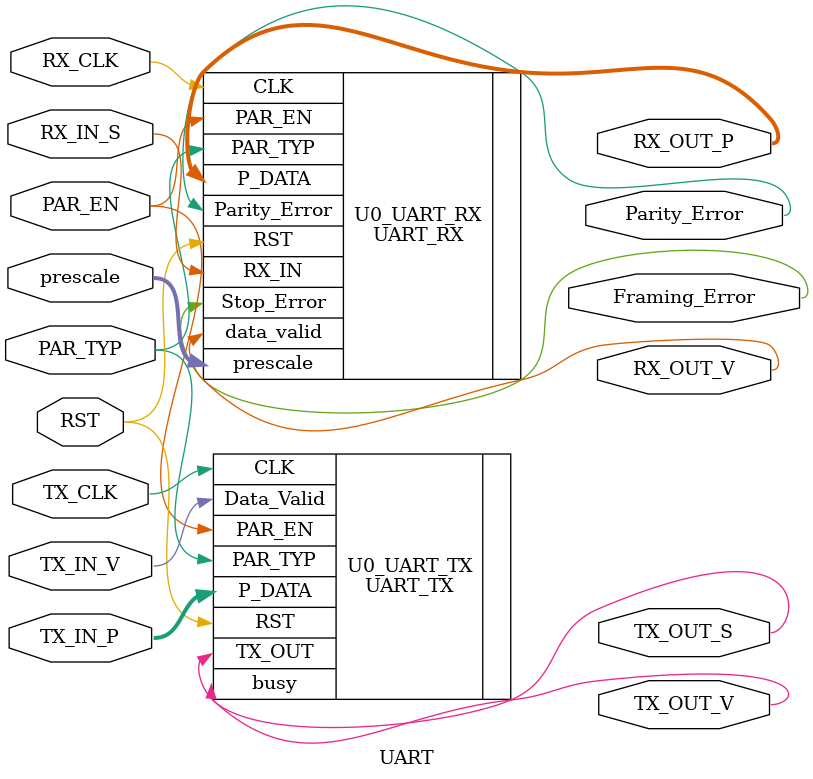
<source format=v>
module UART #(parameter OP_WIDTH = 8)
(
    input wire RST,
    input wire TX_CLK,
    input wire RX_CLK,
    input wire PAR_TYP,
    input wire PAR_EN,
    input wire TX_IN_V,
    input wire [OP_WIDTH-1:0] TX_IN_P,
    output wire TX_OUT_S,
    output wire TX_OUT_V,
    input wire RX_IN_S,
    input wire [5:0] prescale,
    output wire RX_OUT_V,
    output wire [OP_WIDTH-1:0] RX_OUT_P,
    output wire Parity_Error,
    output wire Framing_Error
);

UART_TX U0_UART_TX(
    .CLK (TX_CLK),
    .RST (RST),
    .P_DATA (TX_IN_P),
    .Data_Valid (TX_IN_V),
    .PAR_EN (PAR_EN),
    .PAR_TYP (PAR_TYP),
    .TX_OUT (TX_OUT_S),
    .busy (TX_OUT_V)
);

UART_RX U0_UART_RX(
    .CLK (RX_CLK),
    .RST (RST),
    .RX_IN (RX_IN_S),
    .prescale (prescale),
    .PAR_EN (PAR_EN),
    .PAR_TYP (PAR_TYP),
    .data_valid (RX_OUT_V),
    .P_DATA (RX_OUT_P),
    .Parity_Error (Parity_Error),
    .Stop_Error (Framing_Error)
);

endmodule

</source>
